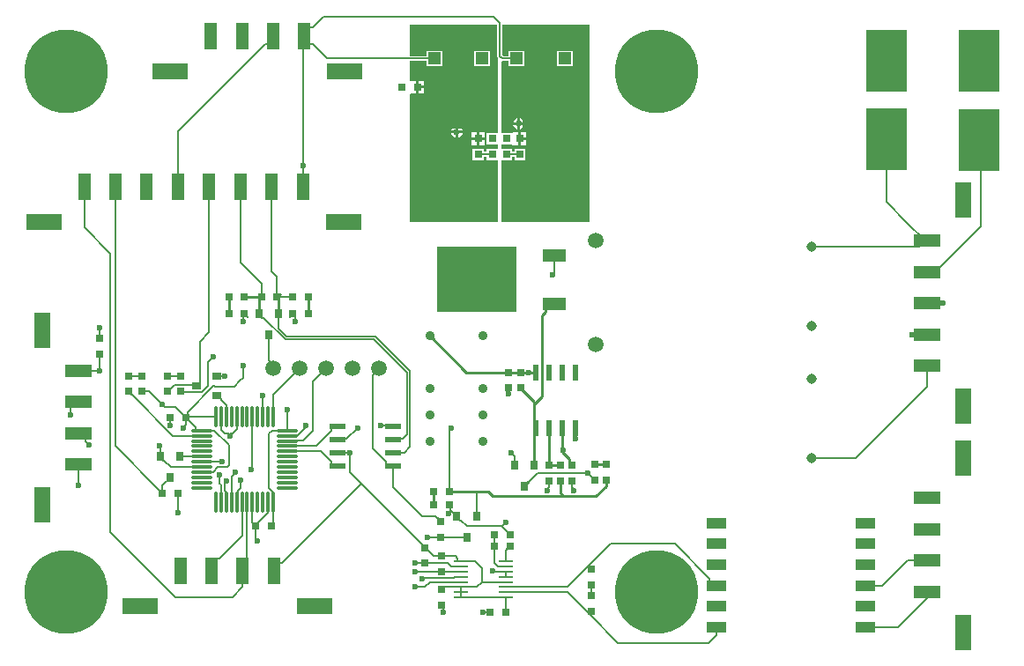
<source format=gtl>
G04*
G04 #@! TF.GenerationSoftware,Altium Limited,Altium Designer,19.0.15 (446)*
G04*
G04 Layer_Physical_Order=1*
G04 Layer_Color=255*
%FSLAX25Y25*%
%MOIN*%
G70*
G01*
G75*
%ADD12C,0.00600*%
%ADD18C,0.01000*%
%ADD44R,0.02953X0.03150*%
%ADD45R,0.07480X0.04016*%
%ADD46R,0.05000X0.10000*%
%ADD47R,0.13504X0.06496*%
%ADD48R,0.10000X0.05000*%
%ADD49R,0.06496X0.13504*%
%ADD50O,0.08268X0.01181*%
%ADD51O,0.01181X0.08268*%
%ADD52R,0.03150X0.02953*%
%ADD53R,0.02756X0.03543*%
%ADD54R,0.15748X0.23622*%
%ADD55R,0.03543X0.02756*%
%ADD56R,0.08661X0.04724*%
%ADD57R,0.30000X0.25000*%
%ADD58R,0.02362X0.06102*%
%ADD59R,0.05500X0.01100*%
%ADD60R,0.06102X0.02362*%
%ADD61R,0.04724X0.04724*%
%ADD62R,0.14173X0.04724*%
%ADD63C,0.31496*%
%ADD64C,0.05906*%
%ADD65C,0.03838*%
%ADD66C,0.03543*%
%ADD67C,0.02362*%
%ADD68C,0.01968*%
G36*
X-58398Y104331D02*
X-58328Y103980D01*
X-58129Y103682D01*
X-58071Y103624D01*
Y75669D01*
X-58160Y75206D01*
X-58571Y75206D01*
X-62313D01*
Y70857D01*
X-58160Y70857D01*
X-58071Y70394D01*
Y69764D01*
X-58160Y69301D01*
X-58571Y69301D01*
X-62313D01*
Y68044D01*
X-63475D01*
Y69301D01*
X-67628D01*
Y64951D01*
X-63475D01*
Y66208D01*
X-62313D01*
Y64951D01*
X-58160Y64951D01*
X-58071Y64488D01*
Y41339D01*
X-91535D01*
Y89749D01*
X-91158Y90043D01*
X-91035Y90043D01*
X-89083D01*
Y92520D01*
Y94996D01*
X-91035D01*
X-91158Y94996D01*
X-91535Y95291D01*
Y102429D01*
X-85049D01*
Y100384D01*
X-79124D01*
Y106309D01*
X-85049D01*
Y104264D01*
X-91535D01*
Y116142D01*
X-58398D01*
Y104331D01*
D02*
G37*
G36*
X-23425Y41339D02*
X-56890D01*
Y64488D01*
X-56801Y64951D01*
X-56390Y64951D01*
X-52648D01*
Y66208D01*
X-51880D01*
Y64951D01*
X-47727D01*
Y69301D01*
X-51880D01*
Y68044D01*
X-52648D01*
Y69301D01*
X-56801Y69301D01*
X-56890Y69764D01*
Y70394D01*
X-56801Y70857D01*
X-56390Y70857D01*
X-52780D01*
X-52648Y70857D01*
X-52280Y70539D01*
Y70457D01*
X-50303D01*
Y73032D01*
Y75606D01*
X-52280D01*
Y75524D01*
X-52648Y75206D01*
X-52780Y75206D01*
X-56801Y75206D01*
X-56890Y75669D01*
Y101997D01*
X-56889Y101999D01*
X-56496Y102429D01*
X-53947D01*
Y100384D01*
X-48022D01*
Y106309D01*
X-53947D01*
Y104264D01*
X-56116D01*
X-56563Y104711D01*
Y116142D01*
X-23425D01*
Y41339D01*
D02*
G37*
%LPC*%
G36*
X-61014Y106309D02*
X-66939D01*
Y100384D01*
X-61014D01*
Y106309D01*
D02*
G37*
G36*
X-88083Y94996D02*
Y93020D01*
X-86008D01*
Y94996D01*
X-88083D01*
D02*
G37*
G36*
X-86008Y92020D02*
X-88083D01*
Y90043D01*
X-86008D01*
Y92020D01*
D02*
G37*
G36*
X-73122Y77648D02*
Y76024D01*
X-71498D01*
X-71567Y76375D01*
X-72050Y77096D01*
X-72771Y77578D01*
X-73122Y77648D01*
D02*
G37*
G36*
X-74122D02*
X-74473Y77578D01*
X-75195Y77096D01*
X-75677Y76375D01*
X-75746Y76024D01*
X-74122D01*
Y77648D01*
D02*
G37*
G36*
X-63075Y75606D02*
X-65051D01*
Y73532D01*
X-63075D01*
Y75606D01*
D02*
G37*
G36*
X-66051D02*
X-68028D01*
Y73532D01*
X-66051D01*
Y75606D01*
D02*
G37*
G36*
X-71498Y75024D02*
X-73122D01*
Y73399D01*
X-72771Y73469D01*
X-72050Y73951D01*
X-71567Y74673D01*
X-71498Y75024D01*
D02*
G37*
G36*
X-74122D02*
X-75746D01*
X-75677Y74673D01*
X-75195Y73951D01*
X-74473Y73469D01*
X-74122Y73399D01*
Y75024D01*
D02*
G37*
G36*
X-63075Y72531D02*
X-65051D01*
Y70457D01*
X-63075D01*
Y72531D01*
D02*
G37*
G36*
X-66051D02*
X-68028D01*
Y70457D01*
X-66051D01*
Y72531D01*
D02*
G37*
G36*
X-29912Y106309D02*
X-35836D01*
Y100384D01*
X-29912D01*
Y106309D01*
D02*
G37*
G36*
X-49697Y80865D02*
Y79240D01*
X-48072D01*
X-48142Y79591D01*
X-48624Y80313D01*
X-49346Y80795D01*
X-49697Y80865D01*
D02*
G37*
G36*
X-50697D02*
X-51048Y80795D01*
X-51769Y80313D01*
X-52251Y79591D01*
X-52321Y79240D01*
X-50697D01*
Y80865D01*
D02*
G37*
G36*
X-48072Y78240D02*
X-49697D01*
Y76616D01*
X-49346Y76686D01*
X-48624Y77168D01*
X-48142Y77889D01*
X-48072Y78240D01*
D02*
G37*
G36*
X-50697D02*
X-52321D01*
X-52251Y77889D01*
X-51769Y77168D01*
X-51048Y76686D01*
X-50697Y76616D01*
Y78240D01*
D02*
G37*
G36*
X-47327Y75606D02*
X-49303D01*
Y73532D01*
X-47327D01*
Y75606D01*
D02*
G37*
G36*
Y72531D02*
X-49303D01*
Y70457D01*
X-47327D01*
Y72531D01*
D02*
G37*
%LPD*%
D12*
X-22835Y-99700D02*
X-22731Y-99803D01*
X-22835Y-99700D02*
Y-95669D01*
X-23029Y-107286D02*
X-12598Y-117717D01*
X-15354Y-80315D02*
X8858D01*
X-31695Y-96656D02*
X-15354Y-80315D01*
X-54983Y-96656D02*
X-31695D01*
X-54818Y-82279D02*
X-53642Y-81102D01*
X-54983Y-82630D02*
X-54818Y-82466D01*
Y-82279D01*
X-54983Y-86806D02*
Y-82630D01*
X8858Y-80315D02*
X22050Y-93507D01*
Y-94355D02*
Y-93507D01*
Y-94355D02*
X23758Y-96063D01*
X24606D01*
Y-114764D02*
Y-111811D01*
X21654Y-117717D02*
X24606Y-114764D01*
X-12598Y-117717D02*
X21654D01*
X-31689Y-98626D02*
X-23029Y-107286D01*
X-54983Y-98626D02*
X-31689D01*
X80905Y-111811D02*
X93189D01*
X87402Y-96063D02*
X96849Y-86615D01*
X80905Y-96063D02*
X87402D01*
X96849Y-86615D02*
X104331D01*
X-56693Y-73622D02*
X-56560D01*
X-54985Y-72047D01*
X-69882Y-73622D02*
X-56693D01*
X-54818Y-75497D01*
Y-75595D02*
Y-75497D01*
Y-75595D02*
X-53642Y-76772D01*
X-53543D01*
X-72150Y-71354D02*
X-69882Y-73622D01*
X-72544Y-71354D02*
X-72150D01*
X-73622Y-70276D02*
X-72544Y-71354D01*
X-73622Y-70276D02*
Y-69882D01*
X-208661Y-14763D02*
Y-8465D01*
X-149606Y-78740D02*
X-149213Y-79134D01*
X-149606Y-78740D02*
Y-73603D01*
X-109843Y-57342D02*
X-85492Y-81693D01*
X-114173Y-53012D02*
X-109843Y-57342D01*
Y-57447D02*
Y-57342D01*
X-139780Y-87384D02*
X-109843Y-57447D01*
X-140629Y-87384D02*
X-139780D01*
X-142829Y-89584D02*
X-140629Y-87384D01*
X-142829Y-90433D02*
Y-89584D01*
X-189961Y-22638D02*
X-184055Y-28543D01*
X-196560Y-23913D02*
X-181102Y-39370D01*
X-197835Y-22736D02*
X-196658Y-23913D01*
X-181102Y-39370D02*
X-170079D01*
X-196658Y-23913D02*
X-196560D01*
X-197835Y-22736D02*
Y-22638D01*
X-208661Y-2559D02*
Y1575D01*
X-131889Y54843D02*
Y111339D01*
X-167717Y-11417D02*
X-165748Y-9449D01*
X-167717Y-20472D02*
Y-11417D01*
X-169994Y-22750D02*
X-167717Y-20472D01*
X-178037Y-22750D02*
X-169994D01*
X-146670Y5226D02*
X-138491Y-2953D01*
X-147347Y5226D02*
X-146670D01*
X-148425Y6304D02*
X-147347Y5226D01*
X-138491Y-2953D02*
X-104948D01*
X-148425Y6304D02*
Y6693D01*
X-178150Y-22638D02*
X-178037Y-22750D01*
X-128250Y115057D02*
X-124016Y119291D01*
X-129099Y115057D02*
X-128250D01*
X-131299Y112857D02*
X-129099Y115057D01*
X-131299Y111929D02*
Y112857D01*
X-124016Y119291D02*
X-59842D01*
X-57480Y116929D01*
Y104331D02*
Y116929D01*
Y104331D02*
X-56496Y103347D01*
X-50984D01*
X-128250Y108881D02*
X-122716Y103347D01*
X-129099Y108881D02*
X-128250D01*
X-131299Y111081D02*
X-129099Y108881D01*
X-131299Y111081D02*
Y111929D01*
X-122716Y103347D02*
X-82087D01*
X-219685Y-31654D02*
Y-28774D01*
X-217485Y-26574D01*
X-216811D01*
X-47153Y-57193D02*
X-46953Y-56993D01*
X-48031Y-58071D02*
X-47153Y-57193D01*
X-43130Y-53543D02*
X-24134D01*
X-22731Y-54946D01*
X-22633D01*
X-21457Y-56122D01*
Y-56221D02*
Y-56122D01*
X-43720Y-54134D02*
X-43130Y-53543D01*
X-43720Y-54154D02*
Y-54134D01*
X-46560Y-56993D02*
X-43720Y-54154D01*
X-46953Y-56993D02*
X-46560D01*
X-48031Y-58465D02*
Y-58071D01*
X-213999Y-41435D02*
X-212598Y-42835D01*
X-213999Y-41435D02*
Y-40586D01*
X-216199Y-38386D02*
X-213999Y-40586D01*
X-216811Y-38386D02*
X-216199D01*
X-37402Y21654D02*
X-36811Y22244D01*
Y28740D01*
X-216811Y-58071D02*
Y-50197D01*
X-204724Y-75787D02*
Y29528D01*
X-214567Y39371D02*
X-204724Y29528D01*
Y-75787D02*
X-180118Y-100394D01*
X-216811Y-14763D02*
X-208661D01*
X-147047Y-32087D02*
Y-24213D01*
X-158465Y-100394D02*
X-154640Y-96569D01*
Y-90433D01*
X-180118Y-100394D02*
X-158465D01*
X-214567Y39371D02*
Y54843D01*
X-202756Y-43307D02*
X-186314Y-59749D01*
Y-59847D02*
Y-59749D01*
Y-59847D02*
X-185138Y-61024D01*
X-185039D01*
X-202756Y-43307D02*
Y54843D01*
X-167322Y-307D02*
Y54843D01*
X-170773Y-3758D02*
X-167322Y-307D01*
X-170773Y-19395D02*
Y-3758D01*
X-171850Y-20472D02*
X-170773Y-19395D01*
X-172244Y-20472D02*
X-171850D01*
X-147539Y13189D02*
Y18073D01*
X-155511Y26045D02*
X-147539Y18073D01*
X-155511Y26045D02*
Y54843D01*
X-143700Y22909D02*
X-141634Y20842D01*
X-143700Y22909D02*
Y54843D01*
X-179134D02*
Y75905D01*
X-146158Y108881D01*
X-145310D01*
X-143110Y111081D01*
Y111929D01*
X-131889Y111339D02*
X-131299Y111929D01*
X-179134Y-68575D02*
X-179134Y-68575D01*
Y-61024D01*
X-163492Y-85820D02*
X-154921Y-77250D01*
Y-64370D01*
X-164252Y-85820D02*
X-163492D01*
X-166452Y-88020D02*
X-164252Y-85820D01*
X-166452Y-90433D02*
Y-88020D01*
X-152953Y-88746D02*
Y-64370D01*
X-154640Y-90433D02*
X-152953Y-88746D01*
X-141634Y13189D02*
Y20842D01*
Y13189D02*
X-135630D01*
X-54983Y-94686D02*
X-54733Y-94436D01*
X104319Y-20681D02*
Y-12849D01*
X77126Y-47874D02*
X104319Y-20681D01*
X60630Y-47874D02*
X77126D01*
X-159449Y-38386D02*
X-158465D01*
X101202Y32126D02*
X103471Y34395D01*
X60630Y32126D02*
X101202D01*
X98425Y-1181D02*
X104176D01*
X104319Y-1038D01*
X96593Y41273D02*
X103471Y34395D01*
X96522Y41273D02*
X96593D01*
X88779Y49016D02*
Y72835D01*
Y49016D02*
X96522Y41273D01*
X103471Y34395D02*
X104319D01*
Y10773D02*
X110236D01*
X124521Y39875D02*
Y72638D01*
X106299Y21654D02*
X124521Y39875D01*
X-85630Y-81693D02*
X-85492D01*
X-114173Y-53012D02*
Y-45807D01*
X-69882Y-77756D02*
X-68898D01*
X-79724D02*
X-69882D01*
X-84646D02*
X-79724D01*
X-181890Y-51181D02*
X-170079D01*
X-184355Y-48716D02*
X-181890Y-51181D01*
X-184749Y-48716D02*
X-184355D01*
X-185827Y-47638D02*
X-184749Y-48716D01*
X-185827Y-47638D02*
Y-47244D01*
X-53150Y-45807D02*
X-51772Y-47185D01*
Y-50591D02*
Y-47185D01*
X-60039Y-90551D02*
X-59845Y-90746D01*
X-54983D01*
Y-92716D02*
Y-90746D01*
X-75787Y-36894D02*
Y-36417D01*
X-76378Y-37485D02*
X-75787Y-36894D01*
X-76378Y-60630D02*
Y-37485D01*
X-66142Y-60827D02*
X-65945Y-60630D01*
X-66142Y-69882D02*
Y-60827D01*
X-75609Y-67895D02*
X-75094Y-68410D01*
X-76125Y-67379D02*
X-75609Y-67895D01*
X-76612Y-68898D02*
X-75609Y-67895D01*
X-76772Y-68898D02*
X-76612D01*
X-73622Y-69882D02*
Y-69488D01*
X-74700Y-68410D02*
X-73622Y-69488D01*
X-75094Y-68410D02*
X-74700D01*
X-76125Y-67379D02*
Y-65608D01*
X-76378Y-65354D02*
X-76125Y-65608D01*
X-130906Y-36163D02*
Y-35433D01*
X-134113Y-39370D02*
X-130906Y-36163D01*
X-127953Y-37402D02*
Y-18701D01*
X-131779Y-41227D02*
X-127953Y-37402D01*
X-137684Y-41227D02*
X-131779D01*
X-137795Y-39370D02*
X-134113D01*
X-184055Y-28543D02*
X-180118D01*
X-177456Y-31205D01*
Y-31304D02*
Y-31205D01*
Y-31304D02*
X-176279Y-32480D01*
X-176181D01*
X-192913Y-22638D02*
X-189961D01*
X-177165Y-36169D02*
X-176181Y-35185D01*
X-177165Y-36417D02*
Y-36169D01*
X-176181Y-35185D02*
Y-32480D01*
X-165276Y-37402D02*
X-159843Y-42835D01*
X-170079Y-37402D02*
X-165276D01*
X-159843Y-50591D02*
Y-42835D01*
X-160546Y-51294D02*
X-159843Y-50591D01*
X-164153Y-51294D02*
X-160546D01*
X-165898Y-53038D02*
X-164153Y-51294D01*
X-169968Y-53038D02*
X-165898D01*
X-170079Y-53150D02*
X-169968Y-53038D01*
X-163386Y-57345D02*
Y-54134D01*
Y-57345D02*
X-162795Y-57936D01*
Y-64370D02*
Y-57936D01*
X-170079Y-49213D02*
X-162402D01*
X-161305Y-57007D02*
X-160887Y-56590D01*
X-158806Y-54767D02*
X-157480Y-53442D01*
X-158806Y-64318D02*
Y-54767D01*
X-155512Y-59309D02*
Y-56221D01*
X-161305Y-60192D02*
Y-57007D01*
X-156412Y-63892D02*
Y-60209D01*
X-155512Y-59309D01*
X-156890Y-64370D02*
X-156412Y-63892D01*
X-158858Y-64370D02*
X-158806Y-64318D01*
X-160827Y-64370D02*
Y-60669D01*
X-161305Y-60192D02*
X-160827Y-60669D01*
X-157480Y-53442D02*
Y-53150D01*
X-137795Y-29528D02*
X-137795Y-29528D01*
Y-37402D02*
Y-29528D01*
X-118585Y-40495D02*
X-115298D01*
X-118898Y-40807D02*
X-118585Y-40495D01*
X-115298D02*
X-111221Y-36417D01*
X-149705Y-73603D02*
X-149606D01*
X-149705Y-73201D02*
X-145079Y-68575D01*
Y-64370D01*
X-105315Y-44291D02*
X-100371Y-49235D01*
Y-49926D02*
Y-49235D01*
Y-49926D02*
X-99490Y-50807D01*
X-97638D01*
X-105315Y-44291D02*
Y-16448D01*
X-103032Y-14164D01*
Y-13780D01*
X-151453Y-52165D02*
Y-51688D01*
X-150984Y-51220D01*
Y-32087D01*
X-175787D02*
X-175495Y-31794D01*
X-176181Y-32480D02*
X-175787Y-32087D01*
X-165106Y-20563D02*
X-165000Y-20669D01*
X-165603Y-20563D02*
X-165106D01*
X-175495Y-30455D02*
X-165603Y-20563D01*
X-175495Y-31794D02*
Y-30455D01*
X-165000Y-20669D02*
X-157835D01*
X-155802Y-18637D01*
X-155704D01*
X-154528Y-17461D01*
Y-12795D01*
X-160887Y-32026D02*
Y-27696D01*
X-162898Y-25684D02*
X-160887Y-27696D01*
Y-32026D02*
X-160827Y-32087D01*
X-162795Y-37008D02*
Y-32087D01*
Y-37008D02*
X-161417Y-38386D01*
X-159449Y-39370D02*
Y-38893D01*
X-161417Y-16732D02*
X-161417Y-16732D01*
X-164370Y-16732D02*
X-161417D01*
X-161417Y-38386D02*
X-159941D01*
Y-38401D02*
Y-38386D01*
Y-38401D02*
X-159449Y-38893D01*
X-156890Y-36811D02*
Y-32087D01*
X-158465Y-38386D02*
X-156890Y-36811D01*
X-144685Y-59113D02*
Y-38500D01*
Y-59113D02*
X-143110Y-60687D01*
X-144685Y-38500D02*
X-143587Y-37402D01*
X-143110Y-64370D02*
Y-60687D01*
X-143587Y-37402D02*
X-137795D01*
X-86614Y-69882D02*
X-81693D01*
X-80999Y-70576D01*
X-80901D01*
X-79724Y-71752D01*
Y-71850D02*
Y-71752D01*
X-97638Y-58858D02*
X-86614Y-69882D01*
X-97638Y-58858D02*
Y-50807D01*
X-104948Y-2953D02*
X-92520Y-15382D01*
X-104452Y-1753D02*
X-91320Y-14885D01*
X-94038Y-40412D02*
X-92520Y-38893D01*
X-137994Y-1753D02*
X-104452D01*
X-92520Y-38893D02*
Y-15382D01*
X-93504Y-45807D02*
X-91320Y-43623D01*
Y-14885D01*
X-118898Y-45807D02*
X-114173D01*
X-126903Y-43307D02*
X-121132Y-37537D01*
X-137795Y-43307D02*
X-126903D01*
X-121132Y-37537D02*
Y-36688D01*
X-120251Y-35807D01*
X-118898D01*
X-124934Y-45276D02*
X-121132Y-49077D01*
X-137795Y-45276D02*
X-124934D01*
X-84355Y-82968D02*
X-82480Y-84842D01*
X-84453Y-82968D02*
X-84355D01*
X-85630Y-81791D02*
X-84453Y-82968D01*
X-85630Y-81791D02*
Y-81693D01*
X-82480Y-84842D02*
X-79331D01*
X-102362Y-35433D02*
X-98012D01*
X-97638Y-35807D01*
Y-45807D02*
X-93504D01*
X-140945Y1198D02*
X-137994Y-1753D01*
X-140945Y1198D02*
Y6693D01*
X-154528Y3937D02*
Y6201D01*
X-153937Y6791D01*
X-134843Y3937D02*
Y6004D01*
X-135630Y6791D02*
X-134843Y6004D01*
X-144685Y-1181D02*
X-143841Y-337D01*
X-136905Y5615D02*
X-135728Y6791D01*
X-136905Y5517D02*
Y5615D01*
X-97242Y-40412D02*
X-94038D01*
X-97638Y-40807D02*
X-97242Y-40412D01*
X-143110Y-32087D02*
Y-23858D01*
X-133031Y-13780D01*
X-127953Y-18701D02*
X-123031Y-13780D01*
X-137795Y-41339D02*
X-137684Y-41227D01*
X-120251Y-50807D02*
X-118898D01*
X-121132Y-49926D02*
X-120251Y-50807D01*
X-121132Y-49926D02*
Y-49077D01*
X-186024Y-43307D02*
X-185827Y-43504D01*
Y-47244D02*
Y-43504D01*
X-145332Y-534D02*
X-144685Y-1181D01*
X-152662Y5517D02*
Y5615D01*
X-153839Y6791D02*
X-152662Y5615D01*
X-153937Y6791D02*
X-153839D01*
X-135728D02*
X-135630D01*
X-143032Y-13780D02*
Y-12429D01*
X-144685Y-10775D02*
X-143032Y-12429D01*
X-144685Y-10775D02*
Y-1181D01*
X-83859Y-94686D02*
X-72183D01*
X-85630Y-96457D02*
X-83859Y-94686D01*
X-89567Y-96457D02*
X-85630D01*
X-86614Y-93504D02*
X-86333Y-93223D01*
X-74890D01*
X-74383Y-92716D01*
X-72183D01*
X-89565Y-90748D02*
X-79331D01*
X-89567Y-90746D02*
X-89565Y-90748D01*
X-85630Y-87598D02*
X-76965D01*
X-75787Y-88776D02*
X-72183D01*
X-76965Y-87598D02*
X-75787Y-88776D01*
X-89567Y-87598D02*
X-85630D01*
X-150881Y-72427D02*
X-149705Y-73603D01*
X-150881Y-72427D02*
Y-72178D01*
X-150984Y-72075D02*
X-150881Y-72178D01*
X-150984Y-72075D02*
Y-64370D01*
X-143701Y-73603D02*
X-143110Y-73013D01*
Y-64370D01*
X-178346Y-47244D02*
X-170079D01*
X-182087Y-35433D02*
Y-32480D01*
X-182087Y-32480D02*
X-182087Y-32480D01*
X-176181Y-32480D02*
X-176083D01*
X-174906Y-33657D01*
Y-33755D02*
Y-33657D01*
Y-33755D02*
X-172399Y-36263D01*
Y-37133D02*
Y-36263D01*
Y-37133D02*
X-172131Y-37402D01*
X-170079D01*
X-175787Y-32087D02*
X-164764D01*
X-162898Y-25684D02*
Y-25291D01*
X-163976Y-24213D02*
X-162898Y-25291D01*
X-164370Y-24213D02*
X-163976D01*
X-180596Y-20163D02*
X-172554D01*
X-181796Y-21363D02*
X-180596Y-20163D01*
X-181895Y-21363D02*
X-181796D01*
X-183071Y-22539D02*
X-181895Y-21363D01*
X-183071Y-22638D02*
Y-22539D01*
X-172554Y-20163D02*
X-172244Y-20472D01*
X-183071Y-16732D02*
X-178150D01*
X-197835D02*
X-192913D01*
X-185039Y-61024D02*
Y-58071D01*
X-183558Y-56590D01*
X-183165D01*
X-182087Y-55512D01*
Y-55118D01*
X-78740Y-106299D02*
Y-103937D01*
X-79331Y-103347D02*
X-78740Y-103937D01*
X-63895Y-106299D02*
X-61024D01*
X93189Y-111811D02*
X104606Y-100394D01*
X102106Y-88582D02*
X104606D01*
X-79331Y-90748D02*
X-79329Y-90746D01*
X-72183D01*
X-63975Y-94686D02*
Y-89568D01*
X-66738Y-86806D02*
X-63975Y-89568D01*
X-72183Y-86806D02*
X-66738D01*
X-74146Y-84842D02*
X-73281Y-85707D01*
Y-86556D02*
Y-85707D01*
Y-86556D02*
X-73031Y-86806D01*
X-72183D01*
X-79331Y-84842D02*
X-74146D01*
X-72183Y-100596D02*
X-54983D01*
X-72183Y-98626D02*
Y-96656D01*
Y-100596D02*
Y-98626D01*
Y-96656D02*
X-65945D01*
X-78546D02*
X-72183D01*
X-79331Y-97441D02*
X-78546Y-96656D01*
X-65945D02*
X-63975Y-94686D01*
X-54983D01*
X-55118Y-106299D02*
Y-100731D01*
X-54983Y-100596D01*
X-29528Y-60039D02*
Y-59562D01*
X-30118Y-58972D02*
X-29528Y-59562D01*
X-30118Y-58972D02*
Y-56496D01*
X-39370Y-60039D02*
Y-59562D01*
X-38780Y-58972D01*
Y-56496D01*
X-53642Y-81102D02*
X-53543D01*
X-59449D02*
Y-76772D01*
Y-87398D02*
Y-81102D01*
X-58071Y-88776D02*
X-54983D01*
X-59449Y-87398D02*
X-58071Y-88776D01*
X-54724Y67126D02*
X-49803D01*
X-65551D02*
X-60236D01*
X124520Y102362D02*
X124521Y102363D01*
X123819Y102362D02*
X124520D01*
X123819Y72638D02*
X124521D01*
D18*
X-69961Y-15354D02*
X-54134D01*
X-83661Y-1654D02*
X-69961Y-15354D01*
X-44291Y-27559D02*
Y-26378D01*
Y-50591D02*
Y-27559D01*
X-41339Y6102D02*
X-40087Y7354D01*
Y8768D01*
X-38225Y10630D01*
X-36811D01*
X-41339Y-24606D02*
Y6102D01*
X-44291Y-27559D02*
X-41339Y-24606D01*
X-33720Y-44985D02*
Y-36614D01*
X-65945Y-60630D02*
X-61927D01*
X-76378D02*
X-65945D01*
X-129724Y6791D02*
Y13189D01*
X-148425Y12303D02*
X-147539Y13189D01*
X-148425Y6693D02*
Y12303D01*
X-141634Y13189D02*
X-140945Y12500D01*
Y6693D02*
Y12500D01*
X-140559Y14165D02*
Y14264D01*
X-153937Y13189D02*
X-147539D01*
X-159843Y6791D02*
Y13189D01*
X-60236Y-62321D02*
X-33152D01*
X-61927Y-60630D02*
X-60236Y-62321D01*
X-82284Y-65354D02*
Y-60630D01*
X-46565Y-15354D02*
X-43720D01*
X-49409D02*
X-46565D01*
X-54134D02*
X-49409D01*
X-43720D02*
X-43720Y-15354D01*
X-48335Y-22335D02*
X-44291Y-26378D01*
X-48433Y-22335D02*
X-48335D01*
X-49409Y-21358D02*
X-48433Y-22335D01*
X-49409Y-21358D02*
Y-21260D01*
X-31095Y-49614D02*
Y-48098D01*
X-33720Y-45472D02*
X-31095Y-48098D01*
Y-49614D02*
X-30118Y-50591D01*
X-38780D02*
X-34449D01*
X-38780D02*
X-38721Y-50532D01*
Y-36614D01*
X-21457Y-50315D02*
X-17126D01*
Y-58465D02*
Y-56221D01*
X-20982Y-62321D02*
X-17126Y-58465D01*
X-33152Y-62321D02*
X-20982D01*
X-34449Y-61024D02*
X-33152Y-62321D01*
X-34449Y-61024D02*
Y-56496D01*
X-47153Y-57193D02*
X-46760D01*
D44*
X-22731Y-99803D02*
D03*
Y-105709D02*
D03*
X-22835Y-95669D02*
D03*
Y-89763D02*
D03*
X-208661Y-8465D02*
D03*
Y-2559D02*
D03*
X-192913Y-22638D02*
D03*
Y-16732D02*
D03*
X-197835D02*
D03*
Y-22638D02*
D03*
X-85630Y-81693D02*
D03*
Y-87598D02*
D03*
X-79724Y-77756D02*
D03*
Y-71850D02*
D03*
X-178150Y-22638D02*
D03*
Y-16732D02*
D03*
X-183071D02*
D03*
Y-22638D02*
D03*
X-79331Y-90748D02*
D03*
Y-84842D02*
D03*
X-49409Y-15354D02*
D03*
Y-21260D02*
D03*
X-30118Y-50591D02*
D03*
Y-56496D02*
D03*
X-17126Y-56221D02*
D03*
Y-50315D02*
D03*
X-34449Y-56496D02*
D03*
Y-50591D02*
D03*
X-21457Y-50315D02*
D03*
Y-56221D02*
D03*
X-54134Y-15354D02*
D03*
Y-21260D02*
D03*
X-38780Y-50591D02*
D03*
Y-56496D02*
D03*
X-79331Y-97441D02*
D03*
Y-103347D02*
D03*
X-65551Y67126D02*
D03*
Y73032D02*
D03*
X-60236D02*
D03*
Y67126D02*
D03*
X-49803D02*
D03*
Y73032D02*
D03*
X-54724D02*
D03*
Y67126D02*
D03*
D45*
X80905Y-111811D02*
D03*
Y-103937D02*
D03*
Y-96063D02*
D03*
Y-88189D02*
D03*
Y-80315D02*
D03*
Y-72441D02*
D03*
X24606Y-111811D02*
D03*
Y-103937D02*
D03*
Y-96063D02*
D03*
Y-88189D02*
D03*
Y-80315D02*
D03*
Y-72441D02*
D03*
D46*
X-214567Y54843D02*
D03*
X-202756D02*
D03*
X-190945D02*
D03*
X-179134D02*
D03*
X-167322D02*
D03*
X-155511D02*
D03*
X-143700D02*
D03*
X-131889D02*
D03*
X-166733Y111929D02*
D03*
X-154922D02*
D03*
X-143110D02*
D03*
X-131299D02*
D03*
X-178263Y-90433D02*
D03*
X-166452D02*
D03*
X-154640D02*
D03*
X-142829D02*
D03*
D47*
X-116574Y41339D02*
D03*
X-229882D02*
D03*
X-115984Y98425D02*
D03*
X-182048D02*
D03*
X-127514Y-103937D02*
D03*
X-193578D02*
D03*
D48*
X-216811Y-14763D02*
D03*
Y-26574D02*
D03*
Y-38386D02*
D03*
Y-50197D02*
D03*
X104331Y-98426D02*
D03*
Y-86615D02*
D03*
Y-74803D02*
D03*
Y-62992D02*
D03*
X104319Y-12849D02*
D03*
Y-1038D02*
D03*
Y10773D02*
D03*
Y22584D02*
D03*
Y34395D02*
D03*
D49*
X-230315Y-65512D02*
D03*
Y552D02*
D03*
X117835Y-47677D02*
D03*
Y-113741D02*
D03*
X117823Y49710D02*
D03*
Y-28164D02*
D03*
D50*
X-170079Y-37402D02*
D03*
Y-39370D02*
D03*
Y-41339D02*
D03*
Y-43307D02*
D03*
Y-45276D02*
D03*
Y-47244D02*
D03*
Y-49213D02*
D03*
Y-51181D02*
D03*
Y-53150D02*
D03*
Y-55118D02*
D03*
Y-57087D02*
D03*
Y-59055D02*
D03*
X-137795D02*
D03*
Y-57087D02*
D03*
Y-55118D02*
D03*
Y-53150D02*
D03*
Y-51181D02*
D03*
Y-49213D02*
D03*
Y-47244D02*
D03*
Y-45276D02*
D03*
Y-43307D02*
D03*
Y-41339D02*
D03*
Y-39370D02*
D03*
Y-37402D02*
D03*
D51*
X-164764Y-64370D02*
D03*
X-162795D02*
D03*
X-160827D02*
D03*
X-158858D02*
D03*
X-156890D02*
D03*
X-154921D02*
D03*
X-152953D02*
D03*
X-150984D02*
D03*
X-149016D02*
D03*
X-147047D02*
D03*
X-145079D02*
D03*
X-143110D02*
D03*
Y-32087D02*
D03*
X-145079D02*
D03*
X-147047D02*
D03*
X-149016D02*
D03*
X-150984D02*
D03*
X-152953D02*
D03*
X-154921D02*
D03*
X-156890D02*
D03*
X-158858D02*
D03*
X-160827D02*
D03*
X-162795D02*
D03*
X-164764D02*
D03*
D52*
X-185039Y-61024D02*
D03*
X-179134D02*
D03*
X-153937Y6791D02*
D03*
X-159843D02*
D03*
Y13189D02*
D03*
X-153937D02*
D03*
X-147539D02*
D03*
X-141634D02*
D03*
X-135630Y6791D02*
D03*
X-129724D02*
D03*
Y13189D02*
D03*
X-135630D02*
D03*
X-88583Y92520D02*
D03*
X-94488D02*
D03*
X-82284Y-65354D02*
D03*
X-76378D02*
D03*
X-82284Y-60630D02*
D03*
X-76378D02*
D03*
X-53543Y-81102D02*
D03*
X-59449D02*
D03*
X-55118Y-106299D02*
D03*
X-61024D02*
D03*
X-59449Y-76772D02*
D03*
X-53543D02*
D03*
X-143701Y-73603D02*
D03*
X-149606D02*
D03*
X-176181Y-32480D02*
D03*
X-182087D02*
D03*
D53*
X-178346Y-47244D02*
D03*
X-185827D02*
D03*
X-182087Y-55118D02*
D03*
X-66142Y-69882D02*
D03*
X-73622D02*
D03*
X-69882Y-77756D02*
D03*
X-140945Y6693D02*
D03*
X-148425D02*
D03*
X-144685Y-1181D02*
D03*
X-44291Y-50591D02*
D03*
X-51772D02*
D03*
X-48031Y-58465D02*
D03*
D54*
X123819Y102362D02*
D03*
X88779Y102559D02*
D03*
Y72835D02*
D03*
X123819Y72638D02*
D03*
D55*
X-164370Y-24213D02*
D03*
Y-16732D02*
D03*
X-172244Y-20472D02*
D03*
D56*
X-36811Y28740D02*
D03*
Y10630D02*
D03*
D57*
X-65945Y19685D02*
D03*
D58*
X-43720Y-36614D02*
D03*
X-38721D02*
D03*
X-33720D02*
D03*
X-28721D02*
D03*
Y-15354D02*
D03*
X-33720D02*
D03*
X-38721D02*
D03*
X-43720D02*
D03*
D59*
X-72183Y-86806D02*
D03*
Y-88776D02*
D03*
Y-90746D02*
D03*
Y-92716D02*
D03*
Y-94686D02*
D03*
Y-96656D02*
D03*
Y-98626D02*
D03*
Y-100596D02*
D03*
X-54983D02*
D03*
Y-98626D02*
D03*
Y-96656D02*
D03*
Y-94686D02*
D03*
Y-92716D02*
D03*
Y-90746D02*
D03*
Y-88776D02*
D03*
Y-86806D02*
D03*
D60*
X-118898Y-35807D02*
D03*
Y-40807D02*
D03*
Y-45807D02*
D03*
Y-50807D02*
D03*
X-97638D02*
D03*
Y-45807D02*
D03*
Y-40807D02*
D03*
Y-35807D02*
D03*
D61*
X-63976Y103347D02*
D03*
X-73032D02*
D03*
X-82087D02*
D03*
X-32874D02*
D03*
X-41929D02*
D03*
X-50984D02*
D03*
D62*
X-73032Y79331D02*
D03*
X-41929D02*
D03*
D63*
X-221457Y98425D02*
D03*
Y-98425D02*
D03*
X1969D02*
D03*
Y98425D02*
D03*
D64*
X-103032Y-13780D02*
D03*
X-113031D02*
D03*
X-123031D02*
D03*
X-133031D02*
D03*
X-143032D02*
D03*
X-21248Y34449D02*
D03*
Y-4921D02*
D03*
D65*
X60630Y32126D02*
D03*
Y2126D02*
D03*
Y-17874D02*
D03*
Y-47874D02*
D03*
D66*
X-83661Y-21654D02*
D03*
Y-31654D02*
D03*
Y-41654D02*
D03*
X-63661D02*
D03*
Y-31654D02*
D03*
Y-21654D02*
D03*
Y-1654D02*
D03*
X-83661D02*
D03*
D67*
X-54985Y-72047D02*
D03*
X-149213Y-79134D02*
D03*
X-185039Y-27559D02*
D03*
X-208661Y1575D02*
D03*
X-131890Y62992D02*
D03*
X-165748Y-9449D02*
D03*
X-219685Y-31654D02*
D03*
X-24134Y-53543D02*
D03*
X-212598Y-42835D02*
D03*
X-37402Y21654D02*
D03*
X-216811Y-58071D02*
D03*
X-208661Y-14763D02*
D03*
X-147047Y-24213D02*
D03*
X-142829Y-90433D02*
D03*
X-179134Y-68575D02*
D03*
X98425Y-1181D02*
D03*
X110236Y10773D02*
D03*
X-33465Y-44985D02*
D03*
X-53150Y-45807D02*
D03*
X-60039Y-90551D02*
D03*
X-75787Y-36417D02*
D03*
X-76772Y-68898D02*
D03*
X-130906Y-35433D02*
D03*
X-177165Y-36417D02*
D03*
X-163386Y-54134D02*
D03*
X-162402Y-49213D02*
D03*
X-160887Y-56590D02*
D03*
X-155512Y-56221D02*
D03*
X-137795Y-29528D02*
D03*
X-111221Y-36417D02*
D03*
X-50197Y78740D02*
D03*
X-154528Y-12795D02*
D03*
X-151453Y-52165D02*
D03*
X-159449Y-39370D02*
D03*
X-161417Y-16732D02*
D03*
X-84646Y-77756D02*
D03*
X-73622Y75524D02*
D03*
X-114173Y-45807D02*
D03*
X-102362Y-35433D02*
D03*
X-154528Y3937D02*
D03*
X-134843D02*
D03*
X-186024Y-43307D02*
D03*
X-89567Y-96457D02*
D03*
X-157480Y-53150D02*
D03*
X-86614Y-93504D02*
D03*
X-89567Y-90746D02*
D03*
Y-87598D02*
D03*
X-182087Y-35433D02*
D03*
X-78740Y-106299D02*
D03*
X-63895D02*
D03*
X-29528Y-60039D02*
D03*
X-39370D02*
D03*
X-54134Y-23622D02*
D03*
X-46565Y-15354D02*
D03*
X-28721Y-40354D02*
D03*
X-94488Y92020D02*
D03*
X-74803Y10630D02*
D03*
X-58571Y19685D02*
D03*
X-74803Y28740D02*
D03*
X-32874Y103347D02*
D03*
X-54724Y73032D02*
D03*
X-60236D02*
D03*
X-63976Y103347D02*
D03*
X86614Y102363D02*
D03*
X124521D02*
D03*
D68*
X-190945Y53150D02*
D03*
Y57087D02*
D03*
X-166733Y114173D02*
D03*
Y110236D02*
D03*
X-154922D02*
D03*
Y114173D02*
D03*
X-178150Y-93223D02*
D03*
Y-88020D02*
D03*
M02*

</source>
